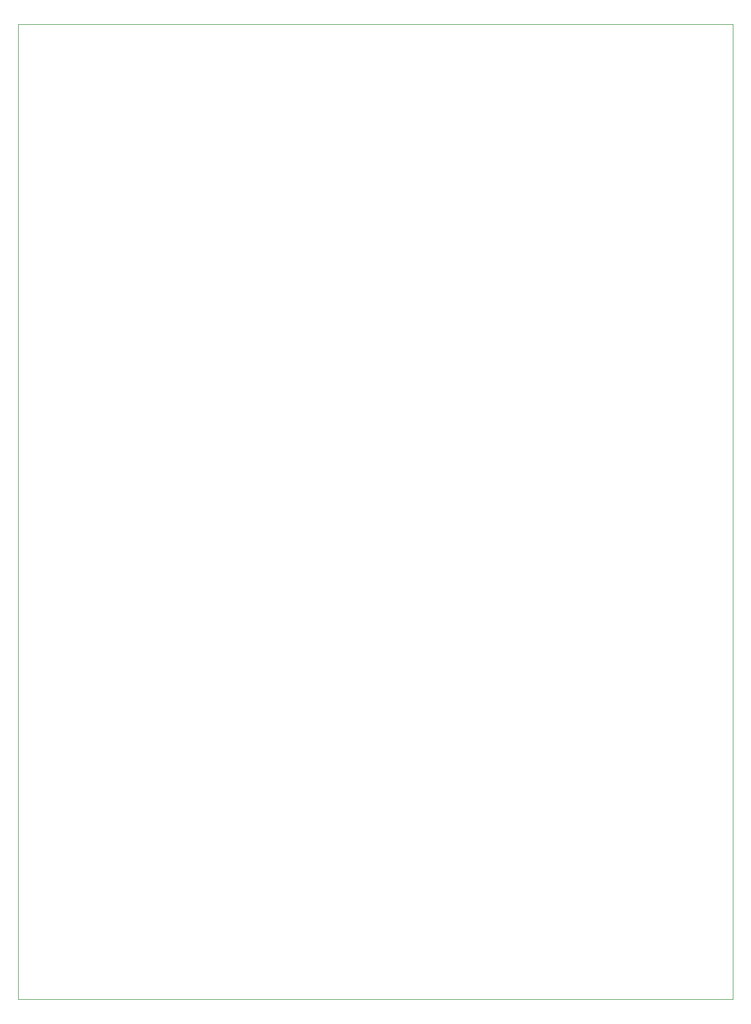
<source format=gm1>
G04 #@! TF.GenerationSoftware,KiCad,Pcbnew,(5.0.1)-4*
G04 #@! TF.CreationDate,2019-07-25T13:06:54-07:00*
G04 #@! TF.ProjectId,EllBayInd-TxLRU,456C6C426179496E642D54784C52552E,rev?*
G04 #@! TF.SameCoordinates,Original*
G04 #@! TF.FileFunction,Profile,NP*
%FSLAX46Y46*%
G04 Gerber Fmt 4.6, Leading zero omitted, Abs format (unit mm)*
G04 Created by KiCad (PCBNEW (5.0.1)-4) date 7/25/2019 1:06:54 PM*
%MOMM*%
%LPD*%
G01*
G04 APERTURE LIST*
%ADD10C,0.100000*%
G04 APERTURE END LIST*
D10*
X30000000Y-172000000D02*
X140000000Y-172000000D01*
X140000000Y-22000000D02*
X140000000Y-172000000D01*
X30000000Y-22000000D02*
X140000000Y-22000000D01*
X30000000Y-22000000D02*
X30000000Y-172000000D01*
M02*

</source>
